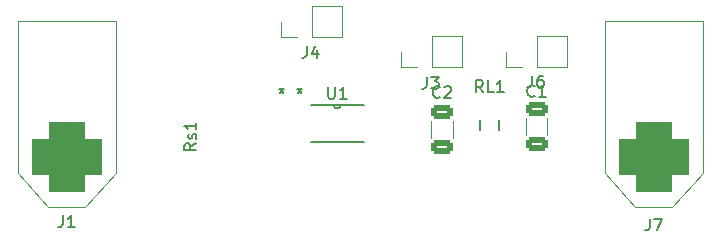
<source format=gto>
%TF.GenerationSoftware,KiCad,Pcbnew,7.0.2*%
%TF.CreationDate,2023-08-25T18:00:16-07:00*%
%TF.ProjectId,Current Sense Standalone,43757272-656e-4742-9053-656e73652053,rev?*%
%TF.SameCoordinates,Original*%
%TF.FileFunction,Legend,Top*%
%TF.FilePolarity,Positive*%
%FSLAX46Y46*%
G04 Gerber Fmt 4.6, Leading zero omitted, Abs format (unit mm)*
G04 Created by KiCad (PCBNEW 7.0.2) date 2023-08-25 18:00:16*
%MOMM*%
%LPD*%
G01*
G04 APERTURE LIST*
G04 Aperture macros list*
%AMRoundRect*
0 Rectangle with rounded corners*
0 $1 Rounding radius*
0 $2 $3 $4 $5 $6 $7 $8 $9 X,Y pos of 4 corners*
0 Add a 4 corners polygon primitive as box body*
4,1,4,$2,$3,$4,$5,$6,$7,$8,$9,$2,$3,0*
0 Add four circle primitives for the rounded corners*
1,1,$1+$1,$2,$3*
1,1,$1+$1,$4,$5*
1,1,$1+$1,$6,$7*
1,1,$1+$1,$8,$9*
0 Add four rect primitives between the rounded corners*
20,1,$1+$1,$2,$3,$4,$5,0*
20,1,$1+$1,$4,$5,$6,$7,0*
20,1,$1+$1,$6,$7,$8,$9,0*
20,1,$1+$1,$8,$9,$2,$3,0*%
G04 Aperture macros list end*
%ADD10C,0.150000*%
%ADD11C,0.120000*%
%ADD12C,0.127000*%
%ADD13C,0.152400*%
%ADD14RoundRect,1.500000X1.500000X-1.500000X1.500000X1.500000X-1.500000X1.500000X-1.500000X-1.500000X0*%
%ADD15C,6.000000*%
%ADD16RoundRect,0.250000X-0.650000X0.325000X-0.650000X-0.325000X0.650000X-0.325000X0.650000X0.325000X0*%
%ADD17R,1.800000X1.600000*%
%ADD18R,7.800000X4.000000*%
%ADD19R,1.700000X1.700000*%
%ADD20O,1.700000X1.700000*%
%ADD21R,1.473200X0.355600*%
G04 APERTURE END LIST*
D10*
X68006551Y-34453581D02*
X68006551Y-35167866D01*
X68006551Y-35167866D02*
X67958932Y-35310723D01*
X67958932Y-35310723D02*
X67863694Y-35405962D01*
X67863694Y-35405962D02*
X67720837Y-35453581D01*
X67720837Y-35453581D02*
X67625599Y-35453581D01*
X68387504Y-34453581D02*
X69054170Y-34453581D01*
X69054170Y-34453581D02*
X68625599Y-35453581D01*
X50228449Y-24130252D02*
X50180830Y-24177872D01*
X50180830Y-24177872D02*
X50037973Y-24225491D01*
X50037973Y-24225491D02*
X49942735Y-24225491D01*
X49942735Y-24225491D02*
X49799878Y-24177872D01*
X49799878Y-24177872D02*
X49704640Y-24082633D01*
X49704640Y-24082633D02*
X49657021Y-23987395D01*
X49657021Y-23987395D02*
X49609402Y-23796919D01*
X49609402Y-23796919D02*
X49609402Y-23654062D01*
X49609402Y-23654062D02*
X49657021Y-23463586D01*
X49657021Y-23463586D02*
X49704640Y-23368348D01*
X49704640Y-23368348D02*
X49799878Y-23273110D01*
X49799878Y-23273110D02*
X49942735Y-23225491D01*
X49942735Y-23225491D02*
X50037973Y-23225491D01*
X50037973Y-23225491D02*
X50180830Y-23273110D01*
X50180830Y-23273110D02*
X50228449Y-23320729D01*
X50609402Y-23320729D02*
X50657021Y-23273110D01*
X50657021Y-23273110D02*
X50752259Y-23225491D01*
X50752259Y-23225491D02*
X50990354Y-23225491D01*
X50990354Y-23225491D02*
X51085592Y-23273110D01*
X51085592Y-23273110D02*
X51133211Y-23320729D01*
X51133211Y-23320729D02*
X51180830Y-23415967D01*
X51180830Y-23415967D02*
X51180830Y-23511205D01*
X51180830Y-23511205D02*
X51133211Y-23654062D01*
X51133211Y-23654062D02*
X50561783Y-24225491D01*
X50561783Y-24225491D02*
X51180830Y-24225491D01*
X53883731Y-23741796D02*
X53550398Y-23265605D01*
X53312303Y-23741796D02*
X53312303Y-22741796D01*
X53312303Y-22741796D02*
X53693255Y-22741796D01*
X53693255Y-22741796D02*
X53788493Y-22789415D01*
X53788493Y-22789415D02*
X53836112Y-22837034D01*
X53836112Y-22837034D02*
X53883731Y-22932272D01*
X53883731Y-22932272D02*
X53883731Y-23075129D01*
X53883731Y-23075129D02*
X53836112Y-23170367D01*
X53836112Y-23170367D02*
X53788493Y-23217986D01*
X53788493Y-23217986D02*
X53693255Y-23265605D01*
X53693255Y-23265605D02*
X53312303Y-23265605D01*
X54788493Y-23741796D02*
X54312303Y-23741796D01*
X54312303Y-23741796D02*
X54312303Y-22741796D01*
X55645636Y-23741796D02*
X55074208Y-23741796D01*
X55359922Y-23741796D02*
X55359922Y-22741796D01*
X55359922Y-22741796D02*
X55264684Y-22884653D01*
X55264684Y-22884653D02*
X55169446Y-22979891D01*
X55169446Y-22979891D02*
X55074208Y-23027510D01*
X29591892Y-28089439D02*
X29115701Y-28422772D01*
X29591892Y-28660867D02*
X28591892Y-28660867D01*
X28591892Y-28660867D02*
X28591892Y-28279915D01*
X28591892Y-28279915D02*
X28639511Y-28184677D01*
X28639511Y-28184677D02*
X28687130Y-28137058D01*
X28687130Y-28137058D02*
X28782368Y-28089439D01*
X28782368Y-28089439D02*
X28925225Y-28089439D01*
X28925225Y-28089439D02*
X29020463Y-28137058D01*
X29020463Y-28137058D02*
X29068082Y-28184677D01*
X29068082Y-28184677D02*
X29115701Y-28279915D01*
X29115701Y-28279915D02*
X29115701Y-28660867D01*
X29544273Y-27708486D02*
X29591892Y-27613248D01*
X29591892Y-27613248D02*
X29591892Y-27422772D01*
X29591892Y-27422772D02*
X29544273Y-27327534D01*
X29544273Y-27327534D02*
X29449034Y-27279915D01*
X29449034Y-27279915D02*
X29401415Y-27279915D01*
X29401415Y-27279915D02*
X29306177Y-27327534D01*
X29306177Y-27327534D02*
X29258558Y-27422772D01*
X29258558Y-27422772D02*
X29258558Y-27565629D01*
X29258558Y-27565629D02*
X29210939Y-27660867D01*
X29210939Y-27660867D02*
X29115701Y-27708486D01*
X29115701Y-27708486D02*
X29068082Y-27708486D01*
X29068082Y-27708486D02*
X28972844Y-27660867D01*
X28972844Y-27660867D02*
X28925225Y-27565629D01*
X28925225Y-27565629D02*
X28925225Y-27422772D01*
X28925225Y-27422772D02*
X28972844Y-27327534D01*
X29591892Y-26327534D02*
X29591892Y-26898962D01*
X29591892Y-26613248D02*
X28591892Y-26613248D01*
X28591892Y-26613248D02*
X28734749Y-26708486D01*
X28734749Y-26708486D02*
X28829987Y-26803724D01*
X28829987Y-26803724D02*
X28877606Y-26898962D01*
X58248635Y-24045485D02*
X58201016Y-24093105D01*
X58201016Y-24093105D02*
X58058159Y-24140724D01*
X58058159Y-24140724D02*
X57962921Y-24140724D01*
X57962921Y-24140724D02*
X57820064Y-24093105D01*
X57820064Y-24093105D02*
X57724826Y-23997866D01*
X57724826Y-23997866D02*
X57677207Y-23902628D01*
X57677207Y-23902628D02*
X57629588Y-23712152D01*
X57629588Y-23712152D02*
X57629588Y-23569295D01*
X57629588Y-23569295D02*
X57677207Y-23378819D01*
X57677207Y-23378819D02*
X57724826Y-23283581D01*
X57724826Y-23283581D02*
X57820064Y-23188343D01*
X57820064Y-23188343D02*
X57962921Y-23140724D01*
X57962921Y-23140724D02*
X58058159Y-23140724D01*
X58058159Y-23140724D02*
X58201016Y-23188343D01*
X58201016Y-23188343D02*
X58248635Y-23235962D01*
X59201016Y-24140724D02*
X58629588Y-24140724D01*
X58915302Y-24140724D02*
X58915302Y-23140724D01*
X58915302Y-23140724D02*
X58820064Y-23283581D01*
X58820064Y-23283581D02*
X58724826Y-23378819D01*
X58724826Y-23378819D02*
X58629588Y-23426438D01*
X49117819Y-22446557D02*
X49117819Y-23160842D01*
X49117819Y-23160842D02*
X49070200Y-23303699D01*
X49070200Y-23303699D02*
X48974962Y-23398938D01*
X48974962Y-23398938D02*
X48832105Y-23446557D01*
X48832105Y-23446557D02*
X48736867Y-23446557D01*
X49498772Y-22446557D02*
X50117819Y-22446557D01*
X50117819Y-22446557D02*
X49784486Y-22827509D01*
X49784486Y-22827509D02*
X49927343Y-22827509D01*
X49927343Y-22827509D02*
X50022581Y-22875128D01*
X50022581Y-22875128D02*
X50070200Y-22922747D01*
X50070200Y-22922747D02*
X50117819Y-23017985D01*
X50117819Y-23017985D02*
X50117819Y-23256080D01*
X50117819Y-23256080D02*
X50070200Y-23351318D01*
X50070200Y-23351318D02*
X50022581Y-23398938D01*
X50022581Y-23398938D02*
X49927343Y-23446557D01*
X49927343Y-23446557D02*
X49641629Y-23446557D01*
X49641629Y-23446557D02*
X49546391Y-23398938D01*
X49546391Y-23398938D02*
X49498772Y-23351318D01*
X38960817Y-19854944D02*
X38960817Y-20569229D01*
X38960817Y-20569229D02*
X38913198Y-20712086D01*
X38913198Y-20712086D02*
X38817960Y-20807325D01*
X38817960Y-20807325D02*
X38675103Y-20854944D01*
X38675103Y-20854944D02*
X38579865Y-20854944D01*
X39865579Y-20188277D02*
X39865579Y-20854944D01*
X39627484Y-19807325D02*
X39389389Y-20521610D01*
X39389389Y-20521610D02*
X40008436Y-20521610D01*
X40767095Y-23297618D02*
X40767095Y-24107141D01*
X40767095Y-24107141D02*
X40814714Y-24202379D01*
X40814714Y-24202379D02*
X40862333Y-24249999D01*
X40862333Y-24249999D02*
X40957571Y-24297618D01*
X40957571Y-24297618D02*
X41148047Y-24297618D01*
X41148047Y-24297618D02*
X41243285Y-24249999D01*
X41243285Y-24249999D02*
X41290904Y-24202379D01*
X41290904Y-24202379D02*
X41338523Y-24107141D01*
X41338523Y-24107141D02*
X41338523Y-23297618D01*
X42338523Y-24297618D02*
X41767095Y-24297618D01*
X42052809Y-24297618D02*
X42052809Y-23297618D01*
X42052809Y-23297618D02*
X41957571Y-23440475D01*
X41957571Y-23440475D02*
X41862333Y-23535713D01*
X41862333Y-23535713D02*
X41767095Y-23583332D01*
X36830000Y-23364018D02*
X36830000Y-23602113D01*
X36591905Y-23506875D02*
X36830000Y-23602113D01*
X36830000Y-23602113D02*
X37068095Y-23506875D01*
X36687143Y-23792589D02*
X36830000Y-23602113D01*
X36830000Y-23602113D02*
X36972857Y-23792589D01*
X38354000Y-23364018D02*
X38354000Y-23602113D01*
X38115905Y-23506875D02*
X38354000Y-23602113D01*
X38354000Y-23602113D02*
X38592095Y-23506875D01*
X38211143Y-23792589D02*
X38354000Y-23602113D01*
X38354000Y-23602113D02*
X38496857Y-23792589D01*
X18317602Y-34172619D02*
X18317602Y-34886904D01*
X18317602Y-34886904D02*
X18269983Y-35029761D01*
X18269983Y-35029761D02*
X18174745Y-35125000D01*
X18174745Y-35125000D02*
X18031888Y-35172619D01*
X18031888Y-35172619D02*
X17936650Y-35172619D01*
X19317602Y-35172619D02*
X18746174Y-35172619D01*
X19031888Y-35172619D02*
X19031888Y-34172619D01*
X19031888Y-34172619D02*
X18936650Y-34315476D01*
X18936650Y-34315476D02*
X18841412Y-34410714D01*
X18841412Y-34410714D02*
X18746174Y-34458333D01*
X58026435Y-22343331D02*
X58026435Y-23057616D01*
X58026435Y-23057616D02*
X57978816Y-23200473D01*
X57978816Y-23200473D02*
X57883578Y-23295712D01*
X57883578Y-23295712D02*
X57740721Y-23343331D01*
X57740721Y-23343331D02*
X57645483Y-23343331D01*
X58931197Y-22343331D02*
X58740721Y-22343331D01*
X58740721Y-22343331D02*
X58645483Y-22390950D01*
X58645483Y-22390950D02*
X58597864Y-22438569D01*
X58597864Y-22438569D02*
X58502626Y-22581426D01*
X58502626Y-22581426D02*
X58455007Y-22771902D01*
X58455007Y-22771902D02*
X58455007Y-23152854D01*
X58455007Y-23152854D02*
X58502626Y-23248092D01*
X58502626Y-23248092D02*
X58550245Y-23295712D01*
X58550245Y-23295712D02*
X58645483Y-23343331D01*
X58645483Y-23343331D02*
X58835959Y-23343331D01*
X58835959Y-23343331D02*
X58931197Y-23295712D01*
X58931197Y-23295712D02*
X58978816Y-23248092D01*
X58978816Y-23248092D02*
X59026435Y-23152854D01*
X59026435Y-23152854D02*
X59026435Y-22914759D01*
X59026435Y-22914759D02*
X58978816Y-22819521D01*
X58978816Y-22819521D02*
X58931197Y-22771902D01*
X58931197Y-22771902D02*
X58835959Y-22724283D01*
X58835959Y-22724283D02*
X58645483Y-22724283D01*
X58645483Y-22724283D02*
X58550245Y-22771902D01*
X58550245Y-22771902D02*
X58502626Y-22819521D01*
X58502626Y-22819521D02*
X58455007Y-22914759D01*
D11*
X66744045Y-33460000D02*
X69894045Y-33460000D01*
X69894045Y-33460000D02*
X72494045Y-30610000D01*
X64194045Y-30610000D02*
X66744045Y-33460000D01*
X72494045Y-30610000D02*
X72494045Y-17760000D01*
X64194045Y-17760000D02*
X64194045Y-30610000D01*
X72494045Y-17760000D02*
X64194045Y-17760000D01*
X51321329Y-26163748D02*
X51321329Y-27586252D01*
X49501329Y-26163748D02*
X49501329Y-27586252D01*
D12*
X55253375Y-26140000D02*
X55253375Y-26940000D01*
X53653375Y-26140000D02*
X53653375Y-26940000D01*
D11*
X59330000Y-25958748D02*
X59330000Y-27381252D01*
X57510000Y-25958748D02*
X57510000Y-27381252D01*
X46930000Y-21650000D02*
X46930000Y-20320000D01*
X48260000Y-21650000D02*
X46930000Y-21650000D01*
X49530000Y-21650000D02*
X52130000Y-21650000D01*
X49530000Y-21650000D02*
X49530000Y-18990000D01*
X52130000Y-21650000D02*
X52130000Y-18990000D01*
X49530000Y-18990000D02*
X52130000Y-18990000D01*
X36770000Y-19110000D02*
X36770000Y-17780000D01*
X38100000Y-19110000D02*
X36770000Y-19110000D01*
X39370000Y-19110000D02*
X41970000Y-19110000D01*
X39370000Y-19110000D02*
X39370000Y-16450000D01*
X41970000Y-19110000D02*
X41970000Y-16450000D01*
X39370000Y-16450000D02*
X41970000Y-16450000D01*
D13*
X39281100Y-27924399D02*
X43776900Y-27924399D01*
X43776900Y-24825599D02*
X39281100Y-24825599D01*
X41224200Y-24825599D02*
G75*
G03*
X41833800Y-24825599I304800J0D01*
G01*
D11*
X17050936Y-33460000D02*
X20200936Y-33460000D01*
X20200936Y-33460000D02*
X22800936Y-30610000D01*
X14500936Y-30610000D02*
X17050936Y-33460000D01*
X22800936Y-30610000D02*
X22800936Y-17760000D01*
X14500936Y-17760000D02*
X14500936Y-30610000D01*
X22800936Y-17760000D02*
X14500936Y-17760000D01*
X55820000Y-21650000D02*
X55820000Y-20320000D01*
X57150000Y-21650000D02*
X55820000Y-21650000D01*
X58420000Y-21650000D02*
X61020000Y-21650000D01*
X58420000Y-21650000D02*
X58420000Y-18990000D01*
X61020000Y-21650000D02*
X61020000Y-18990000D01*
X58420000Y-18990000D02*
X61020000Y-18990000D01*
%LPC*%
D14*
X68344045Y-29210000D03*
D15*
X68344045Y-22010000D03*
D16*
X50411329Y-25400000D03*
X50411329Y-28350000D03*
D17*
X54453375Y-25140000D03*
X54453375Y-27940000D03*
D18*
X29629273Y-33018011D03*
X29629273Y-22018011D03*
D16*
X58420000Y-25195000D03*
X58420000Y-28145000D03*
D19*
X48260000Y-20320000D03*
D20*
X50800000Y-20320000D03*
D19*
X38100000Y-17780000D03*
D20*
X40640000Y-17780000D03*
D21*
X38608000Y-25400000D03*
X38608000Y-26049998D03*
X38608000Y-26700000D03*
X38608000Y-27349998D03*
X44450000Y-27349998D03*
X44450000Y-26700000D03*
X44450000Y-26049998D03*
X44450000Y-25400000D03*
D14*
X18650936Y-29210000D03*
D15*
X18650936Y-22010000D03*
D19*
X57150000Y-20320000D03*
D20*
X59690000Y-20320000D03*
%LPD*%
M02*

</source>
